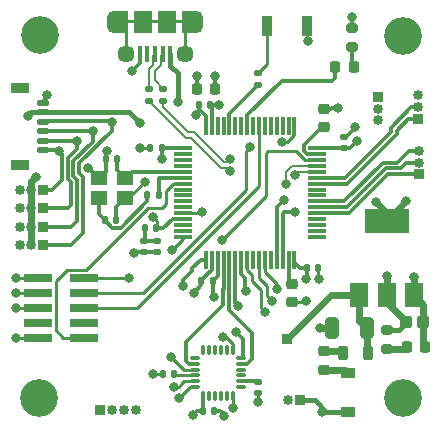
<source format=gbr>
%TF.GenerationSoftware,KiCad,Pcbnew,6.0.7-f9a2dced07~116~ubuntu22.04.1*%
%TF.CreationDate,2022-08-22T17:29:25+02:00*%
%TF.ProjectId,DroneHardware,44726f6e-6548-4617-9264-776172652e6b,rev?*%
%TF.SameCoordinates,Original*%
%TF.FileFunction,Copper,L1,Top*%
%TF.FilePolarity,Positive*%
%FSLAX46Y46*%
G04 Gerber Fmt 4.6, Leading zero omitted, Abs format (unit mm)*
G04 Created by KiCad (PCBNEW 6.0.7-f9a2dced07~116~ubuntu22.04.1) date 2022-08-22 17:29:25*
%MOMM*%
%LPD*%
G01*
G04 APERTURE LIST*
G04 Aperture macros list*
%AMRoundRect*
0 Rectangle with rounded corners*
0 $1 Rounding radius*
0 $2 $3 $4 $5 $6 $7 $8 $9 X,Y pos of 4 corners*
0 Add a 4 corners polygon primitive as box body*
4,1,4,$2,$3,$4,$5,$6,$7,$8,$9,$2,$3,0*
0 Add four circle primitives for the rounded corners*
1,1,$1+$1,$2,$3*
1,1,$1+$1,$4,$5*
1,1,$1+$1,$6,$7*
1,1,$1+$1,$8,$9*
0 Add four rect primitives between the rounded corners*
20,1,$1+$1,$2,$3,$4,$5,0*
20,1,$1+$1,$4,$5,$6,$7,0*
20,1,$1+$1,$6,$7,$8,$9,0*
20,1,$1+$1,$8,$9,$2,$3,0*%
G04 Aperture macros list end*
%TA.AperFunction,SMDPad,CuDef*%
%ADD10RoundRect,0.075000X-0.700000X-0.075000X0.700000X-0.075000X0.700000X0.075000X-0.700000X0.075000X0*%
%TD*%
%TA.AperFunction,SMDPad,CuDef*%
%ADD11RoundRect,0.075000X-0.075000X-0.700000X0.075000X-0.700000X0.075000X0.700000X-0.075000X0.700000X0*%
%TD*%
%TA.AperFunction,ComponentPad*%
%ADD12R,0.850000X0.850000*%
%TD*%
%TA.AperFunction,ComponentPad*%
%ADD13O,0.850000X0.850000*%
%TD*%
%TA.AperFunction,SMDPad,CuDef*%
%ADD14RoundRect,0.140000X0.140000X0.170000X-0.140000X0.170000X-0.140000X-0.170000X0.140000X-0.170000X0*%
%TD*%
%TA.AperFunction,SMDPad,CuDef*%
%ADD15RoundRect,0.140000X0.170000X-0.140000X0.170000X0.140000X-0.170000X0.140000X-0.170000X-0.140000X0*%
%TD*%
%TA.AperFunction,SMDPad,CuDef*%
%ADD16RoundRect,0.135000X-0.185000X0.135000X-0.185000X-0.135000X0.185000X-0.135000X0.185000X0.135000X0*%
%TD*%
%TA.AperFunction,SMDPad,CuDef*%
%ADD17RoundRect,0.135000X0.185000X-0.135000X0.185000X0.135000X-0.185000X0.135000X-0.185000X-0.135000X0*%
%TD*%
%TA.AperFunction,SMDPad,CuDef*%
%ADD18R,1.500000X2.000000*%
%TD*%
%TA.AperFunction,SMDPad,CuDef*%
%ADD19R,3.800000X2.000000*%
%TD*%
%TA.AperFunction,SMDPad,CuDef*%
%ADD20RoundRect,0.140000X-0.140000X-0.170000X0.140000X-0.170000X0.140000X0.170000X-0.140000X0.170000X0*%
%TD*%
%TA.AperFunction,SMDPad,CuDef*%
%ADD21RoundRect,0.140000X-0.170000X0.140000X-0.170000X-0.140000X0.170000X-0.140000X0.170000X0.140000X0*%
%TD*%
%TA.AperFunction,SMDPad,CuDef*%
%ADD22R,1.400000X1.200000*%
%TD*%
%TA.AperFunction,SMDPad,CuDef*%
%ADD23RoundRect,0.075000X-0.075000X0.350000X-0.075000X-0.350000X0.075000X-0.350000X0.075000X0.350000X0*%
%TD*%
%TA.AperFunction,SMDPad,CuDef*%
%ADD24RoundRect,0.075000X-0.350000X-0.075000X0.350000X-0.075000X0.350000X0.075000X-0.350000X0.075000X0*%
%TD*%
%TA.AperFunction,SMDPad,CuDef*%
%ADD25R,0.400000X1.350000*%
%TD*%
%TA.AperFunction,ComponentPad*%
%ADD26O,1.200000X1.900000*%
%TD*%
%TA.AperFunction,SMDPad,CuDef*%
%ADD27R,1.500000X1.900000*%
%TD*%
%TA.AperFunction,SMDPad,CuDef*%
%ADD28R,1.200000X1.900000*%
%TD*%
%TA.AperFunction,ComponentPad*%
%ADD29C,1.450000*%
%TD*%
%TA.AperFunction,SMDPad,CuDef*%
%ADD30RoundRect,0.225000X-0.250000X0.225000X-0.250000X-0.225000X0.250000X-0.225000X0.250000X0.225000X0*%
%TD*%
%TA.AperFunction,SMDPad,CuDef*%
%ADD31RoundRect,0.125000X-0.375000X0.125000X-0.375000X-0.125000X0.375000X-0.125000X0.375000X0.125000X0*%
%TD*%
%TA.AperFunction,SMDPad,CuDef*%
%ADD32RoundRect,0.225000X-0.575000X0.225000X-0.575000X-0.225000X0.575000X-0.225000X0.575000X0.225000X0*%
%TD*%
%TA.AperFunction,SMDPad,CuDef*%
%ADD33RoundRect,0.218750X-0.218750X-0.256250X0.218750X-0.256250X0.218750X0.256250X-0.218750X0.256250X0*%
%TD*%
%TA.AperFunction,SMDPad,CuDef*%
%ADD34RoundRect,0.200000X-0.275000X0.200000X-0.275000X-0.200000X0.275000X-0.200000X0.275000X0.200000X0*%
%TD*%
%TA.AperFunction,SMDPad,CuDef*%
%ADD35RoundRect,0.135000X0.135000X0.185000X-0.135000X0.185000X-0.135000X-0.185000X0.135000X-0.185000X0*%
%TD*%
%TA.AperFunction,SMDPad,CuDef*%
%ADD36RoundRect,0.218750X0.218750X0.256250X-0.218750X0.256250X-0.218750X-0.256250X0.218750X-0.256250X0*%
%TD*%
%TA.AperFunction,SMDPad,CuDef*%
%ADD37RoundRect,0.218750X0.256250X-0.218750X0.256250X0.218750X-0.256250X0.218750X-0.256250X-0.218750X0*%
%TD*%
%TA.AperFunction,SMDPad,CuDef*%
%ADD38R,1.200000X0.900000*%
%TD*%
%TA.AperFunction,SMDPad,CuDef*%
%ADD39RoundRect,0.218750X-0.218750X-0.381250X0.218750X-0.381250X0.218750X0.381250X-0.218750X0.381250X0*%
%TD*%
%TA.AperFunction,ComponentPad*%
%ADD40C,3.200000*%
%TD*%
%TA.AperFunction,SMDPad,CuDef*%
%ADD41R,2.400000X0.740000*%
%TD*%
%TA.AperFunction,SMDPad,CuDef*%
%ADD42RoundRect,0.225000X0.250000X-0.225000X0.250000X0.225000X-0.250000X0.225000X-0.250000X-0.225000X0*%
%TD*%
%TA.AperFunction,SMDPad,CuDef*%
%ADD43RoundRect,0.225000X-0.225000X-0.250000X0.225000X-0.250000X0.225000X0.250000X-0.225000X0.250000X0*%
%TD*%
%TA.AperFunction,SMDPad,CuDef*%
%ADD44RoundRect,0.147500X0.147500X0.172500X-0.147500X0.172500X-0.147500X-0.172500X0.147500X-0.172500X0*%
%TD*%
%TA.AperFunction,SMDPad,CuDef*%
%ADD45RoundRect,0.250000X0.325000X0.650000X-0.325000X0.650000X-0.325000X-0.650000X0.325000X-0.650000X0*%
%TD*%
%TA.AperFunction,SMDPad,CuDef*%
%ADD46R,0.900000X1.700000*%
%TD*%
%TA.AperFunction,SMDPad,CuDef*%
%ADD47RoundRect,0.250000X0.287500X0.275000X-0.287500X0.275000X-0.287500X-0.275000X0.287500X-0.275000X0*%
%TD*%
%TA.AperFunction,ViaPad*%
%ADD48C,0.800000*%
%TD*%
%TA.AperFunction,Conductor*%
%ADD49C,0.300000*%
%TD*%
%TA.AperFunction,Conductor*%
%ADD50C,0.200000*%
%TD*%
%TA.AperFunction,Conductor*%
%ADD51C,0.250000*%
%TD*%
%TA.AperFunction,Conductor*%
%ADD52C,0.600000*%
%TD*%
%TA.AperFunction,Conductor*%
%ADD53C,0.400000*%
%TD*%
G04 APERTURE END LIST*
D10*
%TO.P,U1,1,VBAT*%
%TO.N,BUCK_VOUT_3V3*%
X142735000Y-95280000D03*
%TO.P,U1,2,PC13*%
%TO.N,unconnected-(U1-Pad2)*%
X142735000Y-95780000D03*
%TO.P,U1,3,PC14*%
%TO.N,unconnected-(U1-Pad3)*%
X142735000Y-96280000D03*
%TO.P,U1,4,PC15*%
%TO.N,unconnected-(U1-Pad4)*%
X142735000Y-96780000D03*
%TO.P,U1,5,PH0*%
%TO.N,HSE_IN*%
X142735000Y-97280000D03*
%TO.P,U1,6,PH1*%
%TO.N,HSE_OUT*%
X142735000Y-97780000D03*
%TO.P,U1,7,NRST*%
%TO.N,NRST*%
X142735000Y-98280000D03*
%TO.P,U1,8,PC0*%
%TO.N,unconnected-(U1-Pad8)*%
X142735000Y-98780000D03*
%TO.P,U1,9,PC1*%
%TO.N,unconnected-(U1-Pad9)*%
X142735000Y-99280000D03*
%TO.P,U1,10,PC2*%
%TO.N,unconnected-(U1-Pad10)*%
X142735000Y-99780000D03*
%TO.P,U1,11,PC3*%
%TO.N,unconnected-(U1-Pad11)*%
X142735000Y-100280000D03*
%TO.P,U1,12,VSSA*%
%TO.N,GND*%
X142735000Y-100780000D03*
%TO.P,U1,13,VDDA*%
%TO.N,BUCK_VOUT_3V3*%
X142735000Y-101280000D03*
%TO.P,U1,14,PA0*%
%TO.N,unconnected-(U1-Pad14)*%
X142735000Y-101780000D03*
%TO.P,U1,15,PA1*%
%TO.N,unconnected-(U1-Pad15)*%
X142735000Y-102280000D03*
%TO.P,U1,16,PA2*%
%TO.N,PWM4*%
X142735000Y-102780000D03*
D11*
%TO.P,U1,17,PA3*%
%TO.N,PWM3*%
X144660000Y-104705000D03*
%TO.P,U1,18,VSS*%
%TO.N,GND*%
X145160000Y-104705000D03*
%TO.P,U1,19,VDD*%
%TO.N,BUCK_VOUT_3V3*%
X145660000Y-104705000D03*
%TO.P,U1,20,PA4*%
%TO.N,MPU6000_CS_PIN*%
X146160000Y-104705000D03*
%TO.P,U1,21,PA5*%
%TO.N,GYRO_SCK_PIN*%
X146660000Y-104705000D03*
%TO.P,U1,22,PA6*%
%TO.N,GYRO_MISO_PIN*%
X147160000Y-104705000D03*
%TO.P,U1,23,PA7*%
%TO.N,GYRO_MOSI_PIN*%
X147660000Y-104705000D03*
%TO.P,U1,24,PC4*%
%TO.N,GYRO_INT_EXTI*%
X148160000Y-104705000D03*
%TO.P,U1,25,PC5*%
%TO.N,unconnected-(U1-Pad25)*%
X148660000Y-104705000D03*
%TO.P,U1,26,PB0*%
%TO.N,PWM1*%
X149160000Y-104705000D03*
%TO.P,U1,27,PB1*%
%TO.N,PWM2*%
X149660000Y-104705000D03*
%TO.P,U1,28,PB2*%
%TO.N,unconnected-(U1-Pad28)*%
X150160000Y-104705000D03*
%TO.P,U1,29,PB10*%
%TO.N,USART3_TX*%
X150660000Y-104705000D03*
%TO.P,U1,30,PB11*%
%TO.N,USART3_RX*%
X151160000Y-104705000D03*
%TO.P,U1,31,VCAP_1*%
%TO.N,Net-(C1-Pad1)*%
X151660000Y-104705000D03*
%TO.P,U1,32,VDD*%
%TO.N,BUCK_VOUT_3V3*%
X152160000Y-104705000D03*
D10*
%TO.P,U1,33,PB12*%
%TO.N,unconnected-(U1-Pad33)*%
X154085000Y-102780000D03*
%TO.P,U1,34,PB13*%
%TO.N,unconnected-(U1-Pad34)*%
X154085000Y-102280000D03*
%TO.P,U1,35,PB14*%
%TO.N,unconnected-(U1-Pad35)*%
X154085000Y-101780000D03*
%TO.P,U1,36,PB15*%
%TO.N,unconnected-(U1-Pad36)*%
X154085000Y-101280000D03*
%TO.P,U1,37,PC6*%
%TO.N,USART6_TX*%
X154085000Y-100780000D03*
%TO.P,U1,38,PC7*%
%TO.N,USART6_RX*%
X154085000Y-100280000D03*
%TO.P,U1,39,PC8*%
%TO.N,USART6_CK*%
X154085000Y-99780000D03*
%TO.P,U1,40,PC9*%
%TO.N,unconnected-(U1-Pad40)*%
X154085000Y-99280000D03*
%TO.P,U1,41,PA8*%
%TO.N,unconnected-(U1-Pad41)*%
X154085000Y-98780000D03*
%TO.P,U1,42,PA9*%
%TO.N,USART1_TX*%
X154085000Y-98280000D03*
%TO.P,U1,43,PA10*%
%TO.N,USART1_RX*%
X154085000Y-97780000D03*
%TO.P,U1,44,PA11*%
%TO.N,USB_D-*%
X154085000Y-97280000D03*
%TO.P,U1,45,PA12*%
%TO.N,USB_D+*%
X154085000Y-96780000D03*
%TO.P,U1,46,PA13*%
%TO.N,SWDIO*%
X154085000Y-96280000D03*
%TO.P,U1,47,VCAP_2*%
%TO.N,Net-(C3-Pad1)*%
X154085000Y-95780000D03*
%TO.P,U1,48,VDD*%
%TO.N,BUCK_VOUT_3V3*%
X154085000Y-95280000D03*
D11*
%TO.P,U1,49,PA14*%
%TO.N,SWCLK*%
X152160000Y-93355000D03*
%TO.P,U1,50,PA15*%
%TO.N,unconnected-(U1-Pad50)*%
X151660000Y-93355000D03*
%TO.P,U1,51,PC10*%
%TO.N,unconnected-(U1-Pad51)*%
X151160000Y-93355000D03*
%TO.P,U1,52,PC11*%
%TO.N,unconnected-(U1-Pad52)*%
X150660000Y-93355000D03*
%TO.P,U1,53,PC12*%
%TO.N,unconnected-(U1-Pad53)*%
X150160000Y-93355000D03*
%TO.P,U1,54,PD2*%
%TO.N,unconnected-(U1-Pad54)*%
X149660000Y-93355000D03*
%TO.P,U1,55,PB3*%
%TO.N,SWO*%
X149160000Y-93355000D03*
%TO.P,U1,56,PB4*%
%TO.N,unconnected-(U1-Pad56)*%
X148660000Y-93355000D03*
%TO.P,U1,57,PB5*%
%TO.N,LED0*%
X148160000Y-93355000D03*
%TO.P,U1,58,PB6*%
%TO.N,unconnected-(U1-Pad58)*%
X147660000Y-93355000D03*
%TO.P,U1,59,PB7*%
%TO.N,unconnected-(U1-Pad59)*%
X147160000Y-93355000D03*
%TO.P,U1,60,BOOT0*%
%TO.N,BOOT0*%
X146660000Y-93355000D03*
%TO.P,U1,61,PB8*%
%TO.N,unconnected-(U1-Pad61)*%
X146160000Y-93355000D03*
%TO.P,U1,62,PB9*%
%TO.N,unconnected-(U1-Pad62)*%
X145660000Y-93355000D03*
%TO.P,U1,63,VSS*%
%TO.N,GND*%
X145160000Y-93355000D03*
%TO.P,U1,64,VDD*%
%TO.N,BUCK_VOUT_3V3*%
X144660000Y-93355000D03*
%TD*%
D12*
%TO.P,J208,1,Pin_1*%
%TO.N,PWM4*%
X130890000Y-103460000D03*
D13*
%TO.P,J208,2,Pin_2*%
%TO.N,+5V*%
X129890000Y-103460000D03*
%TO.P,J208,3,Pin_3*%
%TO.N,GND*%
X128890000Y-103460000D03*
%TD*%
D14*
%TO.P,C8,1*%
%TO.N,BUCK_VOUT_3V3*%
X145240000Y-106510000D03*
%TO.P,C8,2*%
%TO.N,GND*%
X144280000Y-106510000D03*
%TD*%
D15*
%TO.P,C5,1*%
%TO.N,BUCK_VOUT_3V3*%
X156380000Y-95250000D03*
%TO.P,C5,2*%
%TO.N,GND*%
X156380000Y-94290000D03*
%TD*%
D16*
%TO.P,R201,1*%
%TO.N,USB_CONN_D+*%
X139870000Y-90240000D03*
%TO.P,R201,2*%
%TO.N,USB_D+*%
X139870000Y-91260000D03*
%TD*%
D17*
%TO.P,R1,1*%
%TO.N,BOOT0*%
X149060000Y-89940000D03*
%TO.P,R1,2*%
%TO.N,Net-(R1-Pad2)*%
X149060000Y-88920000D03*
%TD*%
D18*
%TO.P,VR101,1,IN*%
%TO.N,BUCK_IN*%
X157660000Y-107720000D03*
%TO.P,VR101,2,GND_2*%
%TO.N,GND*%
X159960000Y-107720000D03*
%TO.P,VR101,3,OUT*%
%TO.N,BUCK_VOUT_3V3*%
X162260000Y-107720000D03*
D19*
%TO.P,VR101,4,GND_4*%
%TO.N,GND*%
X159960000Y-101420000D03*
%TD*%
D20*
%TO.P,C6,1*%
%TO.N,BUCK_VOUT_3V3*%
X144040000Y-91600000D03*
%TO.P,C6,2*%
%TO.N,GND*%
X145000000Y-91600000D03*
%TD*%
%TO.P,C12,1*%
%TO.N,Net-(C12-Pad1)*%
X136130000Y-101330000D03*
%TO.P,C12,2*%
%TO.N,GND*%
X137090000Y-101330000D03*
%TD*%
%TO.P,C4,1*%
%TO.N,BUCK_VOUT_3V3*%
X153218000Y-105402000D03*
%TO.P,C4,2*%
%TO.N,GND*%
X154178000Y-105402000D03*
%TD*%
D21*
%TO.P,C317,1*%
%TO.N,Net-(C317-Pad1)*%
X149070000Y-115030000D03*
%TO.P,C317,2*%
%TO.N,GND*%
X149070000Y-115990000D03*
%TD*%
D22*
%TO.P,Y1,1,1*%
%TO.N,HSE_IN*%
X137850000Y-97830000D03*
%TO.P,Y1,2,2*%
%TO.N,GND*%
X135650000Y-97830000D03*
%TO.P,Y1,3,3*%
%TO.N,Net-(C12-Pad1)*%
X135650000Y-99530000D03*
%TO.P,Y1,4,4*%
%TO.N,GND*%
X137850000Y-99530000D03*
%TD*%
D12*
%TO.P,J210,1,Pin_1*%
%TO.N,USART1_TX*%
X162620000Y-92810000D03*
D13*
%TO.P,J210,2,Pin_2*%
%TO.N,USART1_RX*%
X162620000Y-91810000D03*
%TO.P,J210,3,Pin_3*%
%TO.N,unconnected-(J210-Pad3)*%
X162620000Y-90810000D03*
%TD*%
D12*
%TO.P,J202,1,Pin_1*%
%TO.N,+5V*%
X152600000Y-116620000D03*
D13*
%TO.P,J202,2,Pin_2*%
%TO.N,GND*%
X151600000Y-116620000D03*
%TD*%
D23*
%TO.P,U303,1,CLKIN*%
%TO.N,GND*%
X146950000Y-112320000D03*
%TO.P,U303,2*%
%TO.N,N/C*%
X146450000Y-112320000D03*
%TO.P,U303,3*%
X145950000Y-112320000D03*
%TO.P,U303,4*%
X145450000Y-112320000D03*
%TO.P,U303,5*%
X144950000Y-112320000D03*
%TO.P,U303,6,AUX_SDA*%
%TO.N,unconnected-(U303-Pad6)*%
X144450000Y-112320000D03*
D24*
%TO.P,U303,7,AUX_SCL*%
%TO.N,unconnected-(U303-Pad7)*%
X143750000Y-113020000D03*
%TO.P,U303,8,~{CS}*%
%TO.N,MPU6000_CS_PIN*%
X143750000Y-113520000D03*
%TO.P,U303,9,AD0/MISO*%
%TO.N,GYRO_MISO_PIN*%
X143750000Y-114020000D03*
%TO.P,U303,10,REGOUT*%
%TO.N,Net-(C316-Pad1)*%
X143750000Y-114520000D03*
%TO.P,U303,11,FSYNC*%
%TO.N,GND*%
X143750000Y-115020000D03*
%TO.P,U303,12,INT*%
%TO.N,GYRO_INT_EXTI*%
X143750000Y-115520000D03*
D23*
%TO.P,U303,13,VDD*%
%TO.N,BUCK_VOUT_3V3*%
X144450000Y-116220000D03*
%TO.P,U303,14*%
%TO.N,N/C*%
X144950000Y-116220000D03*
%TO.P,U303,15*%
X145450000Y-116220000D03*
%TO.P,U303,16*%
X145950000Y-116220000D03*
%TO.P,U303,17*%
X146450000Y-116220000D03*
%TO.P,U303,18,GND*%
%TO.N,GND*%
X146950000Y-116220000D03*
D24*
%TO.P,U303,19*%
%TO.N,N/C*%
X147650000Y-115520000D03*
%TO.P,U303,20,CPOUT*%
%TO.N,Net-(C317-Pad1)*%
X147650000Y-115020000D03*
%TO.P,U303,21*%
%TO.N,N/C*%
X147650000Y-114520000D03*
%TO.P,U303,22*%
X147650000Y-114020000D03*
%TO.P,U303,23,SCL/SCLK*%
%TO.N,GYRO_SCK_PIN*%
X147650000Y-113520000D03*
%TO.P,U303,24,SDA/MOSI*%
%TO.N,GYRO_MOSI_PIN*%
X147650000Y-113020000D03*
%TD*%
D25*
%TO.P,J201,1,VBUS*%
%TO.N,+5V*%
X141660000Y-87262500D03*
%TO.P,J201,2,D-*%
%TO.N,USB_CONN_D-*%
X141010000Y-87262500D03*
%TO.P,J201,3,D+*%
%TO.N,USB_CONN_D+*%
X140360000Y-87262500D03*
%TO.P,J201,4,ID*%
%TO.N,unconnected-(J201-Pad4)*%
X139710000Y-87262500D03*
%TO.P,J201,5,GND*%
%TO.N,GND*%
X139060000Y-87262500D03*
D26*
%TO.P,J201,6,Shield*%
%TO.N,unconnected-(J201-Pad6)*%
X143860000Y-84562500D03*
D27*
X141360000Y-84562500D03*
D28*
X137460000Y-84562500D03*
D29*
X137860000Y-87262500D03*
D27*
X139360000Y-84562500D03*
D29*
X142860000Y-87262500D03*
D28*
X143260000Y-84562500D03*
D26*
X136860000Y-84562500D03*
%TD*%
D14*
%TO.P,C316,1*%
%TO.N,Net-(C316-Pad1)*%
X142000000Y-114360000D03*
%TO.P,C316,2*%
%TO.N,GND*%
X141040000Y-114360000D03*
%TD*%
D30*
%TO.P,C1,1*%
%TO.N,Net-(C1-Pad1)*%
X151976500Y-106765000D03*
%TO.P,C1,2*%
%TO.N,GND*%
X151976500Y-108315000D03*
%TD*%
D31*
%TO.P,J204,1,Pin_1*%
%TO.N,GND*%
X130840000Y-91450000D03*
%TO.P,J204,2,Pin_2*%
%TO.N,+5V*%
X130840000Y-92250000D03*
%TO.P,J204,3,Pin_3*%
%TO.N,PWM4*%
X130840000Y-93050000D03*
%TO.P,J204,4,Pin_4*%
%TO.N,PWM3*%
X130840000Y-93850000D03*
%TO.P,J204,5,Pin_5*%
%TO.N,PWM2*%
X130840000Y-94650000D03*
%TO.P,J204,6,Pin_6*%
%TO.N,PWM1*%
X130840000Y-95450000D03*
D32*
%TO.P,J204,MP*%
%TO.N,N/C*%
X128920000Y-96700000D03*
X128920000Y-90200000D03*
%TD*%
D21*
%TO.P,C9,1*%
%TO.N,+3.3VA*%
X139440000Y-103130000D03*
%TO.P,C9,2*%
%TO.N,GND*%
X139440000Y-104090000D03*
%TD*%
D33*
%TO.P,D102,1,K*%
%TO.N,Net-(D102-Pad1)*%
X161652500Y-112100000D03*
%TO.P,D102,2,A*%
%TO.N,BUCK_VOUT_3V3*%
X163227500Y-112100000D03*
%TD*%
D12*
%TO.P,J207,1,Pin_1*%
%TO.N,PWM3*%
X130890000Y-101920000D03*
D13*
%TO.P,J207,2,Pin_2*%
%TO.N,+5V*%
X129890000Y-101920000D03*
%TO.P,J207,3,Pin_3*%
%TO.N,GND*%
X128890000Y-101920000D03*
%TD*%
D34*
%TO.P,R3,1*%
%TO.N,GND*%
X157020000Y-85065000D03*
%TO.P,R3,2*%
%TO.N,Net-(D1-Pad1)*%
X157020000Y-86715000D03*
%TD*%
D35*
%TO.P,R2,1*%
%TO.N,HSE_OUT*%
X140710000Y-99280000D03*
%TO.P,R2,2*%
%TO.N,Net-(C12-Pad1)*%
X139690000Y-99280000D03*
%TD*%
D36*
%TO.P,D1,1,K*%
%TO.N,Net-(D1-Pad1)*%
X157177500Y-88380000D03*
%TO.P,D1,2,A*%
%TO.N,LED0*%
X155602500Y-88380000D03*
%TD*%
D37*
%TO.P,F101,1*%
%TO.N,Net-(D101-Pad1)*%
X154700000Y-114057500D03*
%TO.P,F101,2*%
%TO.N,Net-(F101-Pad2)*%
X154700000Y-112482500D03*
%TD*%
D38*
%TO.P,D101,1,K*%
%TO.N,Net-(D101-Pad1)*%
X156700000Y-114310000D03*
%TO.P,D101,2,A*%
%TO.N,+5V*%
X156700000Y-117610000D03*
%TD*%
D12*
%TO.P,J209,1,Pin_1*%
%TO.N,USART6_TX*%
X162720000Y-97490000D03*
D13*
%TO.P,J209,2,Pin_2*%
%TO.N,USART6_RX*%
X162720000Y-96490000D03*
%TO.P,J209,3,Pin_3*%
%TO.N,USART6_CK*%
X162720000Y-95490000D03*
%TD*%
D21*
%TO.P,C10,1*%
%TO.N,+3.3VA*%
X140500000Y-103110000D03*
%TO.P,C10,2*%
%TO.N,GND*%
X140500000Y-104070000D03*
%TD*%
D16*
%TO.P,R202,1*%
%TO.N,USB_CONN_D-*%
X141070000Y-90270000D03*
%TO.P,R202,2*%
%TO.N,USB_D-*%
X141070000Y-91290000D03*
%TD*%
D39*
%TO.P,FB101,1*%
%TO.N,Net-(F101-Pad2)*%
X156237500Y-112640000D03*
%TO.P,FB101,2*%
%TO.N,BUCK_IN*%
X158362500Y-112640000D03*
%TD*%
D14*
%TO.P,C11,1*%
%TO.N,HSE_IN*%
X137160000Y-96220000D03*
%TO.P,C11,2*%
%TO.N,GND*%
X136200000Y-96220000D03*
%TD*%
D40*
%TO.P,H201,*%
%TO.N,*%
X161380000Y-116420000D03*
%TD*%
D41*
%TO.P,J203,1,Pin_1*%
%TO.N,BUCK_VOUT_3V3*%
X130410000Y-106250000D03*
%TO.P,J203,2,Pin_2*%
%TO.N,SWDIO*%
X134310000Y-106250000D03*
%TO.P,J203,3,Pin_3*%
%TO.N,GND*%
X130410000Y-107520000D03*
%TO.P,J203,4,Pin_4*%
%TO.N,SWCLK*%
X134310000Y-107520000D03*
%TO.P,J203,5,Pin_5*%
%TO.N,GND*%
X130410000Y-108790000D03*
%TO.P,J203,6,Pin_6*%
%TO.N,SWO*%
X134310000Y-108790000D03*
%TO.P,J203,7,Pin_7*%
%TO.N,unconnected-(J203-Pad7)*%
X130410000Y-110060000D03*
%TO.P,J203,8,Pin_8*%
%TO.N,unconnected-(J203-Pad8)*%
X134310000Y-110060000D03*
%TO.P,J203,9,Pin_9*%
%TO.N,GND*%
X130410000Y-111330000D03*
%TO.P,J203,10,Pin_10*%
%TO.N,NRST*%
X134310000Y-111330000D03*
%TD*%
D12*
%TO.P,J206,1,Pin_1*%
%TO.N,PWM2*%
X130890000Y-100370000D03*
D13*
%TO.P,J206,2,Pin_2*%
%TO.N,+5V*%
X129890000Y-100370000D03*
%TO.P,J206,3,Pin_3*%
%TO.N,GND*%
X128890000Y-100370000D03*
%TD*%
D42*
%TO.P,C3,1*%
%TO.N,Net-(C3-Pad1)*%
X154660000Y-93505000D03*
%TO.P,C3,2*%
%TO.N,GND*%
X154660000Y-91955000D03*
%TD*%
D40*
%TO.P,H203,*%
%TO.N,*%
X161390000Y-85770000D03*
%TD*%
D43*
%TO.P,C2,1*%
%TO.N,BUCK_VOUT_3V3*%
X143895000Y-90280000D03*
%TO.P,C2,2*%
%TO.N,GND*%
X145445000Y-90280000D03*
%TD*%
D14*
%TO.P,C7,1*%
%TO.N,BUCK_VOUT_3V3*%
X140910000Y-95290000D03*
%TO.P,C7,2*%
%TO.N,GND*%
X139950000Y-95290000D03*
%TD*%
D40*
%TO.P,H204,*%
%TO.N,*%
X130590000Y-85690000D03*
%TD*%
D44*
%TO.P,L1,1*%
%TO.N,BUCK_VOUT_3V3*%
X140445000Y-102070000D03*
%TO.P,L1,2*%
%TO.N,+3.3VA*%
X139475000Y-102070000D03*
%TD*%
D20*
%TO.P,C315,1*%
%TO.N,BUCK_VOUT_3V3*%
X144430000Y-117510000D03*
%TO.P,C315,2*%
%TO.N,GND*%
X145390000Y-117510000D03*
%TD*%
D12*
%TO.P,J211,1,Pin_1*%
%TO.N,USART3_TX*%
X159220000Y-90920000D03*
D13*
%TO.P,J211,2,Pin_2*%
%TO.N,USART3_RX*%
X159220000Y-91920000D03*
%TO.P,J211,3,Pin_3*%
%TO.N,unconnected-(J211-Pad3)*%
X159220000Y-92920000D03*
%TD*%
D40*
%TO.P,H202,*%
%TO.N,*%
X130570000Y-116420000D03*
%TD*%
D12*
%TO.P,J205,1,Pin_1*%
%TO.N,PWM1*%
X130890000Y-98830000D03*
D13*
%TO.P,J205,2,Pin_2*%
%TO.N,+5V*%
X129890000Y-98830000D03*
%TO.P,J205,3,Pin_3*%
%TO.N,GND*%
X128890000Y-98830000D03*
%TD*%
D45*
%TO.P,C101,1*%
%TO.N,BUCK_IN*%
X158275000Y-110480000D03*
%TO.P,C101,2*%
%TO.N,GND*%
X155325000Y-110480000D03*
%TD*%
D46*
%TO.P,SW1,1,A*%
%TO.N,BUCK_VOUT_3V3*%
X153240000Y-84905000D03*
%TO.P,SW1,2,B*%
%TO.N,Net-(R1-Pad2)*%
X149840000Y-84905000D03*
%TD*%
D12*
%TO.P,J101,1,Pin_1*%
%TO.N,BUCK_IN*%
X151560000Y-111440000D03*
%TD*%
D47*
%TO.P,C102,1*%
%TO.N,BUCK_VOUT_3V3*%
X163072500Y-109990000D03*
%TO.P,C102,2*%
%TO.N,GND*%
X161647500Y-109990000D03*
%TD*%
D12*
%TO.P,J102,1,Pin_1*%
%TO.N,GND*%
X135710000Y-117410000D03*
D13*
%TO.P,J102,2,Pin_2*%
X136710000Y-117410000D03*
%TO.P,J102,3,Pin_3*%
X137710000Y-117410000D03*
%TO.P,J102,4,Pin_4*%
X138710000Y-117410000D03*
%TD*%
D34*
%TO.P,R101,1*%
%TO.N,GND*%
X159970000Y-110635000D03*
%TO.P,R101,2*%
%TO.N,Net-(D102-Pad1)*%
X159970000Y-112285000D03*
%TD*%
D48*
%TO.N,PWM1*%
X132225000Y-95525000D03*
%TO.N,PWM2*%
X133775000Y-94700000D03*
%TO.N,PWM3*%
X135075000Y-93825000D03*
%TO.N,PWM4*%
X136675000Y-93050000D03*
%TO.N,USB_D+*%
X151474498Y-98266962D03*
%TO.N,USB_D-*%
X152216962Y-97524498D03*
%TO.N,USB_D+*%
X146722929Y-97227596D03*
%TO.N,USB_D-*%
X146722929Y-96177596D03*
%TO.N,GND*%
X146150000Y-111225000D03*
%TO.N,BUCK_VOUT_3V3*%
X145350000Y-107900000D03*
%TO.N,GYRO_MOSI_PIN*%
X148025000Y-107325000D03*
%TO.N,GYRO_INT_EXTI*%
X149675000Y-109175000D03*
%TO.N,PWM1*%
X150275000Y-108250000D03*
%TO.N,PWM2*%
X150700000Y-107200000D03*
%TO.N,GYRO_MOSI_PIN*%
X147225000Y-110825000D03*
%TO.N,BUCK_VOUT_3V3*%
X128610000Y-106230000D03*
X140930000Y-96210000D03*
X143925000Y-89125000D03*
X153320000Y-86180000D03*
X143575000Y-117850000D03*
X162280000Y-106210000D03*
X140180000Y-101110000D03*
X153160000Y-106330000D03*
X157420000Y-94670000D03*
X143825000Y-92425000D03*
%TO.N,GND*%
X128600000Y-108780000D03*
X153160000Y-108250000D03*
X157280000Y-93480000D03*
X139520000Y-98110000D03*
X145800000Y-91600000D03*
X138540000Y-104120000D03*
X128610000Y-107530000D03*
X144340000Y-100680000D03*
X146175000Y-117950000D03*
X131180000Y-90770000D03*
X145450000Y-89125000D03*
X143620000Y-107550000D03*
X149075000Y-116775000D03*
X128600000Y-111340000D03*
X154300000Y-110480000D03*
X154200000Y-106360000D03*
X136250000Y-95525000D03*
X140160000Y-114400000D03*
X155825000Y-91875000D03*
X138425000Y-88700000D03*
X134700000Y-96925000D03*
X141950000Y-115480000D03*
X159060000Y-99850000D03*
X157040000Y-84200000D03*
X161580000Y-99740000D03*
X159990000Y-106100000D03*
X139060000Y-95290000D03*
X146950000Y-117275000D03*
%TO.N,+5V*%
X130280000Y-97690000D03*
X139075000Y-93175000D03*
X142270000Y-91380000D03*
X129590000Y-92540000D03*
X154480000Y-117610000D03*
%TO.N,SWDIO*%
X145990000Y-103080000D03*
X138170000Y-106250000D03*
%TO.N,SWCLK*%
X151090000Y-94790000D03*
X148370000Y-95160000D03*
%TO.N,PWM4*%
X141800000Y-103860000D03*
%TO.N,PWM3*%
X142748000Y-106934000D03*
%TO.N,GYRO_INT_EXTI*%
X142390000Y-116440000D03*
%TO.N,USART3_TX*%
X151280000Y-99630000D03*
%TO.N,GYRO_MISO_PIN*%
X147370000Y-108620000D03*
X141690000Y-112940000D03*
%TO.N,USART3_RX*%
X152180000Y-100710000D03*
%TD*%
D49*
%TO.N,PWM1*%
X130890000Y-98830000D02*
X131615000Y-98830000D01*
X131615000Y-98830000D02*
X132450000Y-97995000D01*
X132450000Y-97995000D02*
X132450000Y-95750000D01*
X132450000Y-95750000D02*
X132225000Y-95525000D01*
X130840000Y-95450000D02*
X132150000Y-95450000D01*
X132150000Y-95450000D02*
X132225000Y-95525000D01*
%TO.N,PWM2*%
X130890000Y-100370000D02*
X132980000Y-100370000D01*
X132980000Y-100370000D02*
X133275000Y-100075000D01*
X133275000Y-100075000D02*
X133275000Y-98175000D01*
X132950000Y-97850000D02*
X132950000Y-96135787D01*
X133275000Y-98175000D02*
X132950000Y-97850000D01*
X132950000Y-96135787D02*
X133775000Y-95310788D01*
X133775000Y-95310788D02*
X133775000Y-94700000D01*
X130840000Y-94650000D02*
X133725000Y-94650000D01*
X133725000Y-94650000D02*
X133775000Y-94700000D01*
%TO.N,PWM3*%
X130890000Y-101920000D02*
X133280000Y-101920000D01*
X133280000Y-101920000D02*
X133775000Y-101425000D01*
X133775000Y-97932106D02*
X133450000Y-97607107D01*
X133775000Y-101425000D02*
X133775000Y-97932106D01*
X133450000Y-97607107D02*
X133450000Y-96342893D01*
X133450000Y-96342893D02*
X135075000Y-94717894D01*
X135075000Y-94717894D02*
X135075000Y-93825000D01*
X130840000Y-93850000D02*
X135050000Y-93850000D01*
%TO.N,PWM4*%
X130890000Y-103460000D02*
X133240000Y-103460000D01*
X133240000Y-103460000D02*
X134275000Y-102425000D01*
X134275000Y-102425000D02*
X134275000Y-97725000D01*
X133950000Y-97400000D02*
X133950000Y-96550000D01*
X134275000Y-97725000D02*
X133950000Y-97400000D01*
X133950000Y-96550000D02*
X136675000Y-93825000D01*
X136675000Y-93825000D02*
X136675000Y-93050000D01*
X130840000Y-93050000D02*
X130926000Y-92964000D01*
X130926000Y-92964000D02*
X136589000Y-92964000D01*
X136589000Y-92964000D02*
X136675000Y-93050000D01*
D50*
%TO.N,USB_D-*%
X154085000Y-97280000D02*
X152461460Y-97280000D01*
X152461460Y-97280000D02*
X152216962Y-97524498D01*
%TO.N,USB_D+*%
X151474498Y-98266962D02*
X151474498Y-97277012D01*
X151474498Y-97277012D02*
X151971510Y-96780000D01*
X151971510Y-96780000D02*
X154085000Y-96780000D01*
X139870000Y-91260000D02*
X142985000Y-94375000D01*
X142985000Y-94375000D02*
X143431800Y-94375000D01*
X143431800Y-94375000D02*
X145984397Y-96927597D01*
%TO.N,USB_D-*%
X146422930Y-96477595D02*
X146722929Y-96177596D01*
%TO.N,USB_D+*%
X145984397Y-96927597D02*
X146422930Y-96927597D01*
X146422930Y-96927597D02*
X146722929Y-97227596D01*
%TO.N,USB_D-*%
X141070000Y-91290000D02*
X141070000Y-91823603D01*
X143618200Y-93925000D02*
X146170795Y-96477595D01*
X141070000Y-91823603D02*
X143171397Y-93925000D01*
X143171397Y-93925000D02*
X143618200Y-93925000D01*
X146170795Y-96477595D02*
X146422930Y-96477595D01*
D49*
%TO.N,USART3_RX*%
X151280000Y-100710000D02*
X152180000Y-100710000D01*
D51*
%TO.N,GND*%
X146950000Y-111829315D02*
X146345685Y-111225000D01*
X146345685Y-111225000D02*
X146150000Y-111225000D01*
%TO.N,PWM2*%
X150700000Y-106775000D02*
X150700000Y-107200000D01*
D49*
%TO.N,MPU6000_CS_PIN*%
X142975480Y-111674520D02*
X142975480Y-113270841D01*
X146110970Y-108514030D02*
X142975480Y-111649520D01*
X146160000Y-104705000D02*
X146160000Y-106969040D01*
X146160000Y-106969040D02*
X146160960Y-106970000D01*
X146160960Y-107160000D02*
X146110970Y-107209990D01*
X146160960Y-106970000D02*
X146160960Y-107160000D01*
X142975480Y-111649520D02*
X142975480Y-111674520D01*
X146110970Y-107209990D02*
X146110970Y-108514030D01*
%TO.N,BUCK_VOUT_3V3*%
X145240000Y-106510000D02*
X145240000Y-107790000D01*
X145240000Y-107790000D02*
X145350000Y-107900000D01*
%TO.N,GYRO_MOSI_PIN*%
X147660000Y-104705000D02*
X147660000Y-105962873D01*
X147950000Y-106252873D02*
X147950000Y-107250000D01*
X147660000Y-105962873D02*
X147950000Y-106252873D01*
X147950000Y-107250000D02*
X148025000Y-107325000D01*
D51*
%TO.N,GYRO_INT_EXTI*%
X148160000Y-104705000D02*
X148160000Y-105545685D01*
X148160000Y-105545685D02*
X148600000Y-105985685D01*
X149325000Y-107250000D02*
X149325000Y-108825000D01*
X148600000Y-105985685D02*
X148600000Y-106525000D01*
X148600000Y-106525000D02*
X149325000Y-107250000D01*
X149325000Y-108825000D02*
X149675000Y-109175000D01*
%TO.N,PWM1*%
X149875000Y-107675000D02*
X149850000Y-107700000D01*
X149875000Y-106975000D02*
X149875000Y-107675000D01*
X149160000Y-106290000D02*
X149150000Y-106300000D01*
X149150000Y-106300000D02*
X149825000Y-106975000D01*
X149160000Y-104705000D02*
X149160000Y-106290000D01*
X149825000Y-106975000D02*
X149875000Y-106975000D01*
X149850000Y-107700000D02*
X149850000Y-107825000D01*
X149850000Y-107825000D02*
X150275000Y-108250000D01*
%TO.N,PWM2*%
X149660000Y-104705000D02*
X149660000Y-105735000D01*
X149660000Y-105735000D02*
X150700000Y-106775000D01*
D49*
%TO.N,GYRO_MOSI_PIN*%
X147800000Y-111400000D02*
X147225000Y-110825000D01*
X147800000Y-112950000D02*
X147800000Y-111400000D01*
D51*
%TO.N,GND*%
X146950000Y-111829315D02*
X146950000Y-112320000D01*
D49*
%TO.N,BUCK_VOUT_3V3*%
X153218000Y-106272000D02*
X153160000Y-106330000D01*
D52*
X162260000Y-106230000D02*
X162280000Y-106210000D01*
D49*
X152654000Y-105410000D02*
X153210000Y-105410000D01*
X143895000Y-89595000D02*
X143925000Y-89565000D01*
X156840000Y-95250000D02*
X157420000Y-94670000D01*
D52*
X163072500Y-109990000D02*
X163072500Y-111945000D01*
D49*
X152160000Y-104916000D02*
X152654000Y-105410000D01*
X141859639Y-101280000D02*
X141069639Y-102070000D01*
D51*
X140490000Y-102025000D02*
X140445000Y-102070000D01*
X128630000Y-106250000D02*
X128610000Y-106230000D01*
D49*
X140910000Y-95290000D02*
X140910000Y-96190000D01*
X144040000Y-91930000D02*
X144660000Y-92550000D01*
D51*
X130410000Y-106250000D02*
X128630000Y-106250000D01*
D52*
X163072500Y-109990000D02*
X163072500Y-108532500D01*
D49*
X152160000Y-104705000D02*
X152160000Y-104916000D01*
D51*
X140490000Y-101420000D02*
X140490000Y-102025000D01*
D49*
X153210000Y-105410000D02*
X153218000Y-105402000D01*
X153218000Y-105402000D02*
X153218000Y-106272000D01*
X144660000Y-92550000D02*
X144660000Y-93355000D01*
X140920000Y-95280000D02*
X142735000Y-95280000D01*
X140910000Y-95290000D02*
X140920000Y-95280000D01*
D52*
X163072500Y-111945000D02*
X163227500Y-112100000D01*
D49*
X143895000Y-90280000D02*
X143895000Y-89595000D01*
X156350000Y-95280000D02*
X156380000Y-95250000D01*
X144430000Y-117510000D02*
X143930000Y-117510000D01*
X144040000Y-92150000D02*
X143800000Y-92390000D01*
D52*
X163072500Y-108532500D02*
X162260000Y-107720000D01*
D49*
X142735000Y-101280000D02*
X141859639Y-101280000D01*
X140910000Y-96190000D02*
X140930000Y-96210000D01*
D52*
X162260000Y-107720000D02*
X162260000Y-106230000D01*
D49*
X141069639Y-102070000D02*
X140445000Y-102070000D01*
D51*
X153240000Y-84905000D02*
X153240000Y-86100000D01*
D49*
X145660000Y-104705000D02*
X145660000Y-106090000D01*
X143925000Y-89565000D02*
X143925000Y-89125000D01*
X144040000Y-91600000D02*
X144040000Y-92150000D01*
X156380000Y-95250000D02*
X156840000Y-95250000D01*
X144040000Y-91600000D02*
X144040000Y-91930000D01*
D51*
X153240000Y-86100000D02*
X153320000Y-86180000D01*
D49*
X143930000Y-117510000D02*
X143590000Y-117850000D01*
X144450000Y-116220000D02*
X144450000Y-117490000D01*
X143590000Y-117850000D02*
X143575000Y-117850000D01*
X144450000Y-117490000D02*
X144430000Y-117510000D01*
X154085000Y-95280000D02*
X156350000Y-95280000D01*
D51*
X140180000Y-101110000D02*
X140490000Y-101420000D01*
D49*
X145660000Y-106090000D02*
X145240000Y-106510000D01*
%TO.N,GND*%
X136200000Y-95510000D02*
X136210000Y-95500000D01*
X139060000Y-88060000D02*
X138390000Y-88730000D01*
D51*
X130840000Y-91450000D02*
X130840000Y-91110000D01*
D52*
X159960000Y-100750000D02*
X159060000Y-99850000D01*
D49*
X145860000Y-117510000D02*
X145870000Y-117500000D01*
D52*
X159960000Y-101420000D02*
X159960000Y-100750000D01*
D49*
X145000000Y-91600000D02*
X145800000Y-91600000D01*
X144280000Y-106510000D02*
X144280000Y-106890000D01*
D51*
X130410000Y-111330000D02*
X128610000Y-111330000D01*
D49*
X145000000Y-91600000D02*
X145160000Y-91760000D01*
X154660000Y-91955000D02*
X155295000Y-91955000D01*
X139060000Y-87262500D02*
X139060000Y-88060000D01*
D51*
X144240000Y-100780000D02*
X144340000Y-100680000D01*
X156380000Y-94290000D02*
X156470000Y-94290000D01*
X154178000Y-106338000D02*
X154200000Y-106360000D01*
X130840000Y-91110000D02*
X131180000Y-90770000D01*
D53*
X161002500Y-110635000D02*
X161647500Y-109990000D01*
D51*
X128620000Y-107520000D02*
X128610000Y-107530000D01*
D49*
X155295000Y-91955000D02*
X155375000Y-91875000D01*
X145445000Y-90280000D02*
X145445000Y-89595000D01*
D51*
X149070000Y-116770000D02*
X149075000Y-116775000D01*
X142640000Y-115190000D02*
X142350000Y-115480000D01*
D49*
X135650000Y-97830000D02*
X135590000Y-97830000D01*
D51*
X143750000Y-115020000D02*
X142810000Y-115020000D01*
D49*
X145450000Y-89590000D02*
X145450000Y-89125000D01*
D51*
X130410000Y-107520000D02*
X128620000Y-107520000D01*
D49*
X145160000Y-105580361D02*
X144280000Y-106460361D01*
D52*
X159960000Y-101360000D02*
X161580000Y-99740000D01*
D51*
X140200000Y-114360000D02*
X140160000Y-114400000D01*
X130410000Y-108790000D02*
X128610000Y-108790000D01*
D49*
X145445000Y-89595000D02*
X145450000Y-89590000D01*
X144280000Y-106890000D02*
X143620000Y-107550000D01*
D51*
X128610000Y-111330000D02*
X128600000Y-111340000D01*
D49*
X155375000Y-91875000D02*
X155825000Y-91875000D01*
X137850000Y-99530000D02*
X138149022Y-99530000D01*
D51*
X151976500Y-108315000D02*
X153095000Y-108315000D01*
D52*
X155325000Y-110480000D02*
X154300000Y-110480000D01*
D51*
X149070000Y-115990000D02*
X149070000Y-116770000D01*
D52*
X159960000Y-108302500D02*
X161647500Y-109990000D01*
D49*
X136200000Y-97280000D02*
X135650000Y-97830000D01*
X140500000Y-104070000D02*
X139460000Y-104070000D01*
X137090000Y-100290000D02*
X137850000Y-99530000D01*
D51*
X154178000Y-105402000D02*
X154178000Y-106338000D01*
X141040000Y-114360000D02*
X140200000Y-114360000D01*
D49*
X145870000Y-117500000D02*
X146175000Y-117805000D01*
X138570000Y-104090000D02*
X138540000Y-104120000D01*
X145390000Y-117510000D02*
X145860000Y-117510000D01*
D51*
X146950000Y-116220000D02*
X146950000Y-117275000D01*
X153095000Y-108315000D02*
X153160000Y-108250000D01*
D52*
X159960000Y-107720000D02*
X159960000Y-106130000D01*
D49*
X145445000Y-89595000D02*
X145440000Y-89590000D01*
D51*
X156470000Y-94290000D02*
X157280000Y-93480000D01*
D49*
X145160000Y-104705000D02*
X145160000Y-105580361D01*
D53*
X159970000Y-110635000D02*
X161002500Y-110635000D01*
D49*
X157040000Y-85045000D02*
X157020000Y-85065000D01*
X157040000Y-84200000D02*
X157040000Y-85045000D01*
D51*
X142810000Y-115020000D02*
X142640000Y-115190000D01*
D49*
X145160000Y-91760000D02*
X145160000Y-93355000D01*
D52*
X159960000Y-107720000D02*
X159960000Y-108302500D01*
D49*
X139460000Y-104070000D02*
X139440000Y-104090000D01*
D51*
X139950000Y-95290000D02*
X139060000Y-95290000D01*
X138100000Y-99530000D02*
X137850000Y-99530000D01*
X139520000Y-98110000D02*
X138100000Y-99530000D01*
D49*
X135590000Y-97830000D02*
X134680000Y-96920000D01*
X137090000Y-101330000D02*
X137090000Y-100290000D01*
D52*
X159960000Y-101420000D02*
X159960000Y-101360000D01*
X159960000Y-106130000D02*
X159990000Y-106100000D01*
D49*
X136200000Y-96220000D02*
X136200000Y-97280000D01*
X144280000Y-106460361D02*
X144280000Y-106510000D01*
X146175000Y-117805000D02*
X146175000Y-117950000D01*
X139440000Y-104090000D02*
X138570000Y-104090000D01*
D51*
X142735000Y-100780000D02*
X144240000Y-100780000D01*
D49*
X136200000Y-96220000D02*
X136200000Y-95510000D01*
D51*
X142350000Y-115480000D02*
X141950000Y-115480000D01*
X128610000Y-108790000D02*
X128600000Y-108780000D01*
D49*
%TO.N,+3.3VA*%
X139440000Y-103130000D02*
X140480000Y-103130000D01*
X139475000Y-102070000D02*
X139475000Y-103095000D01*
X139475000Y-103095000D02*
X139440000Y-103130000D01*
X140480000Y-103130000D02*
X140500000Y-103110000D01*
%TO.N,HSE_IN*%
X142735000Y-97280000D02*
X138400000Y-97280000D01*
X138400000Y-97280000D02*
X137850000Y-97830000D01*
X137160000Y-96220000D02*
X137160000Y-97140000D01*
X137160000Y-97140000D02*
X137850000Y-97830000D01*
D52*
%TO.N,BUCK_IN*%
X158275000Y-110480000D02*
X158275000Y-112552500D01*
X158275000Y-112552500D02*
X158362500Y-112640000D01*
X157660000Y-107720000D02*
X155280000Y-107720000D01*
X155280000Y-107720000D02*
X151560000Y-111440000D01*
X157660000Y-109865000D02*
X158275000Y-110480000D01*
X157660000Y-107720000D02*
X157660000Y-109865000D01*
D49*
%TO.N,Net-(C3-Pad1)*%
X154465000Y-93505000D02*
X154660000Y-93505000D01*
X153209639Y-95780000D02*
X152960480Y-95530841D01*
X152960480Y-95009520D02*
X154465000Y-93505000D01*
X152960480Y-95530841D02*
X152960480Y-95009520D01*
X154085000Y-95780000D02*
X153209639Y-95780000D01*
%TO.N,Net-(D1-Pad1)*%
X157020000Y-88222500D02*
X157177500Y-88380000D01*
X157020000Y-86715000D02*
X157020000Y-88222500D01*
D52*
%TO.N,Net-(D101-Pad1)*%
X154700000Y-114057500D02*
X156447500Y-114057500D01*
X156447500Y-114057500D02*
X156700000Y-114310000D01*
D53*
%TO.N,+5V*%
X142270000Y-88930000D02*
X141650000Y-88310000D01*
D52*
X129890000Y-98080000D02*
X130280000Y-97690000D01*
X129890000Y-98830000D02*
X129890000Y-100370000D01*
D53*
X142270000Y-91380000D02*
X142270000Y-88930000D01*
X154480000Y-117610000D02*
X154460000Y-117590000D01*
X130840000Y-92250000D02*
X129880000Y-92250000D01*
X141650000Y-87272500D02*
X141660000Y-87262500D01*
X154870000Y-117610000D02*
X153880000Y-116620000D01*
X153880000Y-116620000D02*
X152600000Y-116620000D01*
X129880000Y-92250000D02*
X129590000Y-92540000D01*
X154870000Y-117610000D02*
X154480000Y-117610000D01*
D52*
X129890000Y-100370000D02*
X129890000Y-101920000D01*
D53*
X141650000Y-88310000D02*
X141650000Y-87272500D01*
X139075000Y-93175000D02*
X138150000Y-92250000D01*
D52*
X129890000Y-101920000D02*
X129890000Y-103460000D01*
X129890000Y-98830000D02*
X129890000Y-98080000D01*
D53*
X156700000Y-117610000D02*
X154870000Y-117610000D01*
X138150000Y-92250000D02*
X130840000Y-92250000D01*
X139080000Y-93180000D02*
X139075000Y-93175000D01*
D51*
%TO.N,Net-(C316-Pad1)*%
X142160000Y-114520000D02*
X142000000Y-114360000D01*
X143750000Y-114520000D02*
X142160000Y-114520000D01*
D52*
%TO.N,Net-(F101-Pad2)*%
X154700000Y-112482500D02*
X156080000Y-112482500D01*
X156080000Y-112482500D02*
X156237500Y-112640000D01*
D50*
%TO.N,USB_CONN_D-*%
X140859511Y-87412989D02*
X141010000Y-87262500D01*
X140320001Y-88762904D02*
X140859511Y-88223394D01*
X141070000Y-90270000D02*
X140320001Y-89520001D01*
X140859511Y-88223394D02*
X140859511Y-87412989D01*
X140320001Y-89520001D02*
X140320001Y-88762904D01*
%TO.N,USB_CONN_D+*%
X139870000Y-88576522D02*
X140209511Y-88237011D01*
X139870000Y-90240000D02*
X139870000Y-88576522D01*
X140360000Y-87276103D02*
X140360000Y-87262500D01*
X140209511Y-88237011D02*
X140209511Y-87426592D01*
X140209511Y-87426592D02*
X140360000Y-87276103D01*
D49*
%TO.N,Net-(C317-Pad1)*%
X149060000Y-115020000D02*
X149070000Y-115030000D01*
X147650000Y-115020000D02*
X149060000Y-115020000D01*
D52*
%TO.N,Net-(D102-Pad1)*%
X159970000Y-112285000D02*
X161467500Y-112285000D01*
X161467500Y-112285000D02*
X161652500Y-112100000D01*
D51*
%TO.N,SWDIO*%
X134310000Y-106250000D02*
X138170000Y-106250000D01*
X149760000Y-99310000D02*
X145990000Y-103080000D01*
X152298567Y-95540000D02*
X149880000Y-95540000D01*
X149880000Y-95540000D02*
X149760000Y-95660000D01*
X149760000Y-95660000D02*
X149760000Y-99310000D01*
X138170000Y-106250000D02*
X138200000Y-106220000D01*
X154085000Y-96280000D02*
X153038567Y-96280000D01*
X153038567Y-96280000D02*
X152298567Y-95540000D01*
%TO.N,SWCLK*%
X152160000Y-94195006D02*
X152160000Y-93355000D01*
X148020000Y-96790000D02*
X148020000Y-96000000D01*
X148020000Y-95510000D02*
X148310000Y-95220000D01*
X148020000Y-96000000D02*
X148020000Y-95510000D01*
X134310000Y-107520000D02*
X139335006Y-107520000D01*
X151090000Y-94790000D02*
X151565006Y-94790000D01*
X139335006Y-107520000D02*
X148020000Y-98835006D01*
X151565006Y-94790000D02*
X152160000Y-94195006D01*
X148020000Y-98835006D02*
X148020000Y-96800000D01*
X148020000Y-96800000D02*
X148020000Y-96790000D01*
%TO.N,SWO*%
X149160000Y-98500000D02*
X149160000Y-93355000D01*
X134310000Y-108790000D02*
X138870000Y-108790000D01*
X138870000Y-108790000D02*
X149160000Y-98500000D01*
%TO.N,NRST*%
X141304520Y-98870474D02*
X141304520Y-99985480D01*
X142735000Y-98280000D02*
X141894994Y-98280000D01*
X141894994Y-98280000D02*
X141304520Y-98870474D01*
X132909022Y-105555489D02*
X131934511Y-106530000D01*
X134545583Y-105555489D02*
X132909022Y-105555489D01*
X140970000Y-100320000D02*
X139781072Y-100320000D01*
X131934511Y-106530000D02*
X131934511Y-110684511D01*
X131934511Y-110684511D02*
X132580000Y-111330000D01*
X141304520Y-99985480D02*
X140970000Y-100320000D01*
X139781072Y-100320000D02*
X134545583Y-105555489D01*
X132580000Y-111330000D02*
X134310000Y-111330000D01*
D49*
%TO.N,Net-(C1-Pad1)*%
X151660000Y-106448500D02*
X151976500Y-106765000D01*
X151660000Y-104705000D02*
X151660000Y-106448500D01*
%TO.N,BOOT0*%
X149060000Y-89940000D02*
X146660000Y-92340000D01*
X146660000Y-92340000D02*
X146660000Y-93355000D01*
%TO.N,HSE_OUT*%
X140710000Y-97830000D02*
X140710000Y-99280000D01*
X140760000Y-97780000D02*
X140710000Y-97830000D01*
X142735000Y-97780000D02*
X140760000Y-97780000D01*
%TO.N,Net-(C12-Pad1)*%
X137440480Y-101989520D02*
X139690000Y-99740000D01*
X139690000Y-99740000D02*
X139690000Y-99280000D01*
X135650000Y-99530000D02*
X135650000Y-100850000D01*
X136130000Y-101330000D02*
X136130000Y-101372285D01*
X136130000Y-101372285D02*
X136747235Y-101989520D01*
X135650000Y-100850000D02*
X136130000Y-101330000D01*
X136747235Y-101989520D02*
X137440480Y-101989520D01*
D51*
%TO.N,PWM4*%
X142735000Y-102925000D02*
X141800000Y-103860000D01*
X142735000Y-102780000D02*
X142735000Y-102925000D01*
D49*
%TO.N,PWM3*%
X144215000Y-104705000D02*
X144660000Y-104705000D01*
X143510000Y-105410000D02*
X144215000Y-104705000D01*
X142748000Y-106934000D02*
X142748000Y-106394873D01*
X143510000Y-105632873D02*
X143510000Y-105410000D01*
X142748000Y-106394873D02*
X143510000Y-105632873D01*
%TO.N,USART6_TX*%
X156800000Y-100780000D02*
X160090000Y-97490000D01*
X154085000Y-100780000D02*
X156800000Y-100780000D01*
X160090000Y-97490000D02*
X162720000Y-97490000D01*
%TO.N,USART6_RX*%
X161640481Y-96490000D02*
X162720000Y-96490000D01*
X156593572Y-100280000D02*
X159883093Y-96990480D01*
X161140000Y-96990481D02*
X161640481Y-96490000D01*
X154085000Y-100280000D02*
X156593572Y-100280000D01*
X159883093Y-96990480D02*
X161140000Y-96990481D01*
%TO.N,USART6_CK*%
X154085000Y-99780000D02*
X156387144Y-99780000D01*
X160840000Y-96490961D02*
X161840961Y-95490000D01*
X159676183Y-96490961D02*
X160840000Y-96490961D01*
X156387144Y-99780000D02*
X159676183Y-96490961D01*
X161840961Y-95490000D02*
X162720000Y-95490000D01*
%TO.N,USART1_TX*%
X161777406Y-92810000D02*
X162620000Y-92810000D01*
X160809519Y-93777887D02*
X161777406Y-92810000D01*
X160809519Y-94106909D02*
X160809519Y-93777887D01*
X154085000Y-98280000D02*
X156636427Y-98280000D01*
X156636427Y-98280000D02*
X160809519Y-94106909D01*
%TO.N,LED0*%
X148160000Y-92479639D02*
X151069639Y-89570000D01*
X151069639Y-89570000D02*
X155330000Y-89570000D01*
X155602500Y-89297500D02*
X155602500Y-88380000D01*
X155330000Y-89570000D02*
X155602500Y-89297500D01*
X148160000Y-93355000D02*
X148160000Y-92479639D01*
D51*
%TO.N,GYRO_INT_EXTI*%
X143310000Y-115520000D02*
X142390000Y-116440000D01*
X143750000Y-115520000D02*
X143310000Y-115520000D01*
%TO.N,Net-(R1-Pad2)*%
X149840000Y-84905000D02*
X149840000Y-88140000D01*
X149840000Y-88140000D02*
X149060000Y-88920000D01*
D49*
%TO.N,USART1_RX*%
X160310000Y-93570978D02*
X160310000Y-93900000D01*
X162620000Y-91810000D02*
X162070978Y-91810000D01*
X156430000Y-97780000D02*
X154085000Y-97780000D01*
X160310000Y-93900000D02*
X156430000Y-97780000D01*
X162070978Y-91810000D02*
X160310000Y-93570978D01*
%TO.N,USART3_TX*%
X150660000Y-100250000D02*
X151280000Y-99630000D01*
X150660000Y-104705000D02*
X150660000Y-100250000D01*
%TO.N,MPU6000_CS_PIN*%
X143224639Y-113520000D02*
X142975480Y-113270841D01*
X143750000Y-113520000D02*
X143224639Y-113520000D01*
%TO.N,GYRO_SCK_PIN*%
X147650000Y-113520000D02*
X148175361Y-113520000D01*
X146610489Y-109010489D02*
X148549511Y-110949511D01*
X146660480Y-107340000D02*
X146610489Y-107389991D01*
X146610489Y-107389991D02*
X146610489Y-109010489D01*
X146660480Y-105857387D02*
X146660480Y-107340000D01*
X146660000Y-105856907D02*
X146660480Y-105857387D01*
X148549511Y-110949511D02*
X148549511Y-113145850D01*
X148549511Y-113145850D02*
X148175361Y-113520000D01*
X146660000Y-104705000D02*
X146660000Y-105856907D01*
D51*
%TO.N,GYRO_MISO_PIN*%
X143750000Y-114020000D02*
X142770000Y-114020000D01*
D49*
X147160000Y-104705000D02*
X147160000Y-108410000D01*
X147160000Y-108410000D02*
X147370000Y-108620000D01*
D51*
X142770000Y-114020000D02*
X141690000Y-112940000D01*
D49*
%TO.N,GYRO_MOSI_PIN*%
X147730000Y-113020000D02*
X147800000Y-112950000D01*
X147650000Y-113020000D02*
X147730000Y-113020000D01*
%TO.N,USART3_RX*%
X151160000Y-100830000D02*
X151280000Y-100710000D01*
X151160000Y-104705000D02*
X151160000Y-100830000D01*
D51*
%TO.N,unconnected-(J201-Pad6)*%
X142920000Y-84882500D02*
X143320000Y-84482500D01*
X141420000Y-84482500D02*
X139420000Y-84482500D01*
X143320000Y-84482500D02*
X141420000Y-84482500D01*
X137920000Y-84882500D02*
X137520000Y-84482500D01*
X137520000Y-84482500D02*
X139420000Y-84482500D01*
X137920000Y-87182500D02*
X137920000Y-84882500D01*
X142920000Y-87182500D02*
X142920000Y-84882500D01*
%TD*%
M02*

</source>
